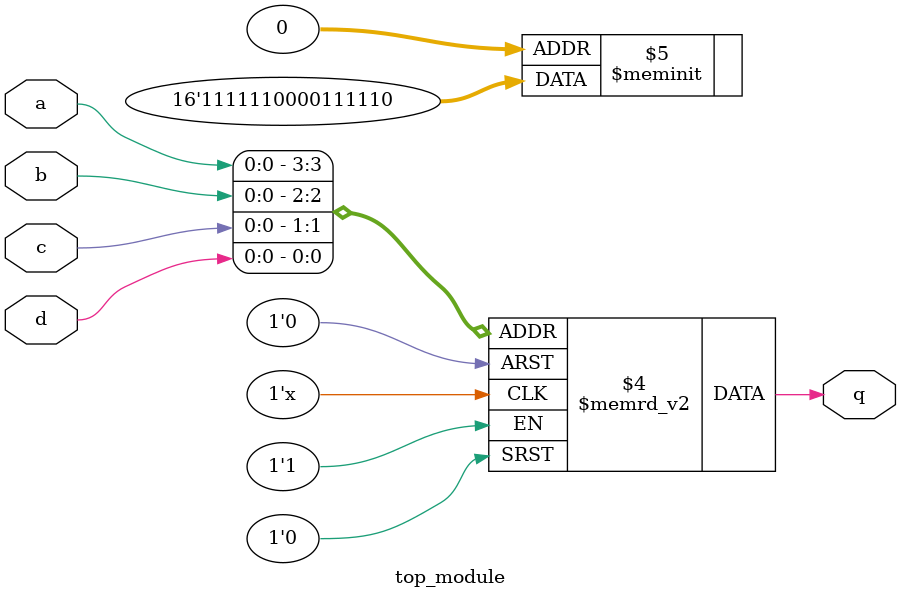
<source format=sv>
module top_module (
    input a,
    input b,
    input c,
    input d,
    output reg q
);

    always @(*) begin
        case ({a, b, c, d})
            4'b0000: q = 1'b0;
            4'b0001: q = 1'b1; 
            4'b0010: q = 1'b1;
            4'b0011: q = 1'b1;
            4'b0100: q = 1'b1;
            4'b0101: q = 1'b1;
            4'b0110: q = 1'b0;
            4'b0111: q = 1'b0;
            4'b1000: q = 1'b0;
            4'b1001: q = 1'b0;
            4'b1010: q = 1'b1;
            4'b1011: q = 1'b1;
            4'b1100: q = 1'b1;
            4'b1101: q = 1'b1;
            4'b1110: q = 1'b1;
            4'b1111: q = 1'b1;
            default: q = 1'b0;
        endcase
    end

endmodule

</source>
